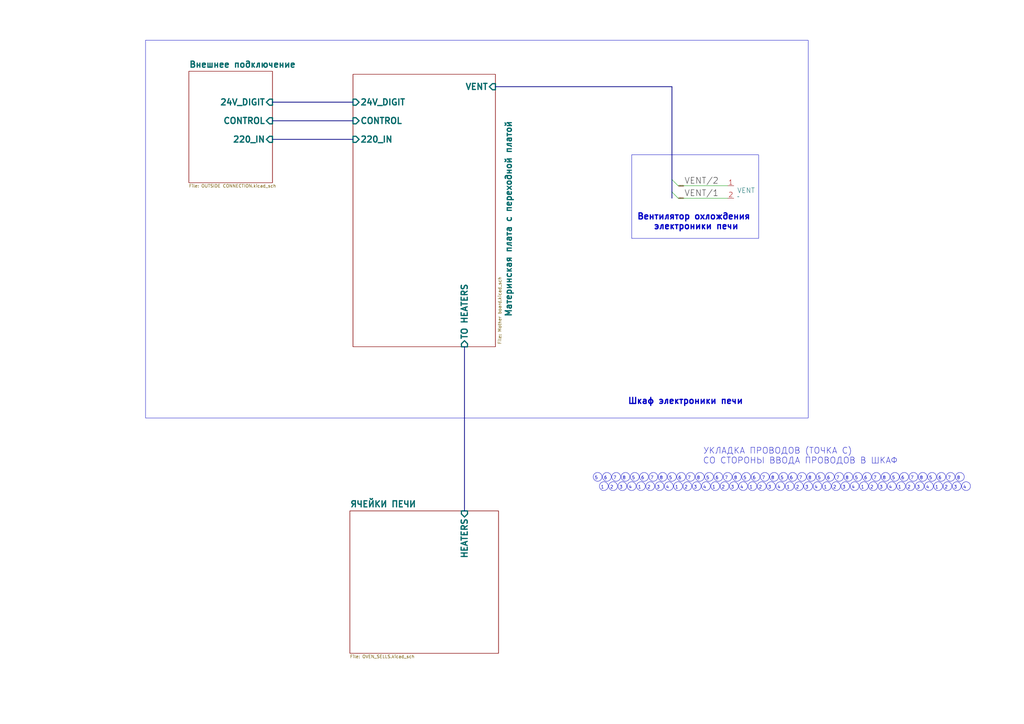
<source format=kicad_sch>
(kicad_sch (version 20231120) (generator "eeschema") (generator_version "8.0")
  (paper "A3")
  (lib_symbols
    (symbol "Connector:Conn_01x02_(wide)"
      (property "Reference" "J" (at 0 0 0))
      (symbol "Conn_01x02_(wide)_1_1"
        (pin input line (at -2.54 -5.08 0) (length 2.54) (name "") (number "1"))
        (pin input line (at -2.54 -10.16 0) (length 2.54) (name "") (number "2"))
      )
    )
  )
  (bus_entry (at 275.59 73.66) (size 2.54 2.54))
  (bus_entry (at 275.59 78.74) (size 2.54 2.54))
  (bus (pts (xy 275.59 35.56) (xy 203.2 35.56)))
  (wire (pts (xy 278.13 81.28) (xy 298.45 81.28)))
  (bus (pts (xy 275.59 81.28) (xy 275.59 78.74)))
  (bus (pts (xy 275.59 78.74) (xy 275.59 73.66)))
  (bus (pts (xy 275.59 73.66) (xy 275.59 35.56)))
  (bus (pts (xy 190.5 142.24) (xy 190.5 209.55)))
  (bus (pts (xy 111.76 57.15) (xy 144.78 57.15)))
  (wire (pts (xy 278.13 76.2) (xy 298.45 76.2)))
  (bus (pts (xy 111.76 49.53) (xy 144.78 49.53)))
  (bus (pts (xy 111.76 41.91) (xy 144.78 41.91)))
  (circle (center 339.09 199.39) (radius 1.7961))
  (circle (center 370.84 195.58) (radius 1.7961))
  (circle (center 316.23 199.39) (radius 1.7961))
  (circle (center 344.17 195.58) (radius 1.7961))
  (circle (center 267.97 195.58) (radius 1.7961))
  (circle (center 274.32 199.39) (radius 1.7961))
  (circle (center 369.57 199.39) (radius 1.7961))
  (circle (center 396.24 199.39) (radius 1.7961))
  (circle (center 323.85 199.39) (radius 1.7961))
  (circle (center 325.12 195.58) (radius 1.7961))
  (circle (center 266.7 199.39) (radius 1.7961))
  (circle (center 262.89 199.39) (radius 1.7961))
  (circle (center 308.61 199.39) (radius 1.7961))
  (circle (center 320.04 199.39) (radius 1.7961))
  (rectangle (start 59.69 16.51) (end 331.47 171.45))
  (circle (center 306.07 195.58) (radius 1.7961))
  (circle (center 381 199.39) (radius 1.7961))
  (circle (center 378.46 195.58) (radius 1.7961))
  (circle (center 302.26 195.58) (radius 1.7961))
  (circle (center 279.4 195.58) (radius 1.7961))
  (circle (center 386.08 195.58) (radius 1.7961))
  (circle (center 377.19 199.39) (radius 1.7961))
  (circle (center 256.54 195.58) (radius 1.7961))
  (circle (center 354.33 199.39) (radius 1.7961))
  (circle (center 287.02 195.58) (radius 1.7961))
  (circle (center 293.37 199.39) (radius 1.7961))
  (circle (center 392.43 199.39) (radius 1.7961))
  (circle (center 355.6 195.58) (radius 1.7961))
  (circle (center 309.88 195.58) (radius 1.7961))
  (circle (center 328.93 195.58) (radius 1.7961))
  (circle (center 342.9 199.39) (radius 1.7961))
  (circle (center 393.7 195.58) (radius 1.7961))
  (circle (center 321.31 195.58) (radius 1.7961))
  (circle (center 332.74 195.58) (radius 1.7961))
  (circle (center 270.51 199.39) (radius 1.7961))
  (circle (center 252.73 195.58) (radius 1.7961))
  (circle (center 374.65 195.58) (radius 1.7961))
  (circle (center 294.64 195.58) (radius 1.7961))
  (circle (center 384.81 199.39) (radius 1.7961))
  (circle (center 331.47 199.39) (radius 1.7961))
  (circle (center 300.99 199.39) (radius 1.7961))
  (circle (center 281.94 199.39) (radius 1.7961))
  (circle (center 350.52 199.39) (radius 1.7961))
  (circle (center 297.18 199.39) (radius 1.7961))
  (circle (center 290.83 195.58) (radius 1.7961))
  (circle (center 389.89 195.58) (radius 1.7961))
  (circle (center 327.66 199.39) (radius 1.7961))
  (circle (center 335.28 199.39) (radius 1.7961))
  (circle (center 346.71 199.39) (radius 1.7961))
  (circle (center 347.98 195.58) (radius 1.7961))
  (circle (center 317.5 195.58) (radius 1.7961))
  (circle (center 259.08 199.39) (radius 1.7961))
  (circle (center 363.22 195.58) (radius 1.7961))
  (circle (center 264.16 195.58) (radius 1.7961))
  (circle (center 251.46 199.39) (radius 1.7961))
  (circle (center 285.75 199.39) (radius 1.7961))
  (circle (center 271.78 195.58) (radius 1.7961))
  (circle (center 388.62 199.39) (radius 1.7961))
  (circle (center 361.95 199.39) (radius 1.7961))
  (circle (center 373.38 199.39) (radius 1.7961))
  (circle (center 365.76 199.39) (radius 1.7961))
  (circle (center 312.42 199.39) (radius 1.7961))
  (circle (center 313.69 195.58) (radius 1.7961))
  (circle (center 255.27 199.39) (radius 1.7961))
  (circle (center 260.35 195.58) (radius 1.7961))
  (circle (center 336.55 195.58) (radius 1.7961))
  (circle (center 382.27 195.58) (radius 1.7961))
  (circle (center 245.11 195.58) (radius 1.7961))
  (circle (center 359.41 195.58) (radius 1.7961))
  (circle (center 298.45 195.58) (radius 1.7961))
  (rectangle (start 259.08 63.5) (end 311.15 97.79))
  (circle (center 304.8 199.39) (radius 1.7961))
  (circle (center 367.03 195.58) (radius 1.7961))
  (circle (center 358.14 199.39) (radius 1.7961))
  (circle (center 351.79 195.58) (radius 1.7961))
  (circle (center 275.59 195.58) (radius 1.7961))
  (circle (center 289.56 199.39) (radius 1.7961))
  (circle (center 248.92 195.58) (radius 1.7961))
  (circle (center 340.36 195.58) (radius 1.7961))
  (circle (center 278.13 199.39) (radius 1.7961))
  (circle (center 247.65 199.39) (radius 1.7961))
  (circle (center 283.21 195.58) (radius 1.7961))
  (text "5" (at 304.8 196.85 0) (effects (font (size 1.27 1.27)) (justify left bottom)))
  (text "8" (at 300.99 196.85 0) (effects (font (size 1.27 1.27)) (justify left bottom)))
  (text "1" (at 383.54 200.66 0) (effects (font (size 1.27 1.27)) (justify left bottom)))
  (text "3" (at 360.68 200.66 0) (effects (font (size 1.27 1.27)) (justify left bottom)))
  (text "5" (at 320.04 196.85 0) (effects (font (size 1.27 1.27)) (justify left bottom)))
  (text "8" (at 392.43 196.85 0) (effects (font (size 1.27 1.27)) (justify left bottom)))
  (text "4" (at 334.01 200.66 0) (effects (font (size 1.27 1.27)) (justify left bottom)))
  (text "8" (at 377.19 196.85 0) (effects (font (size 1.27 1.27)) (justify left bottom)))
  (text "3" (at 299.72 200.66 0) (effects (font (size 1.27 1.27)) (justify left bottom)))
  (text "8" (at 361.95 196.85 0) (effects (font (size 1.27 1.27)) (justify left bottom)))
  (text "6" (at 262.89 196.85 0) (effects (font (size 1.27 1.27)) (justify left bottom)))
  (text "2" (at 250.19 200.66 0) (effects (font (size 1.27 1.27)) (justify left bottom)))
  (text "1" (at 276.86 200.66 0) (effects (font (size 1.27 1.27)) (justify left bottom)))
  (text "7" (at 327.66 196.85 0) (effects (font (size 1.27 1.27)) (justify left bottom)))
  (text "2" (at 326.39 200.66 0) (effects (font (size 1.27 1.27)) (justify left bottom)))
  (text "4" (at 273.05 200.66 0) (effects (font (size 1.27 1.27)) (justify left bottom)))
  (text "5" (at 381 196.85 0) (effects (font (size 1.27 1.27)) (justify left bottom)))
  (text "5" (at 350.52 196.85 0) (effects (font (size 1.27 1.27)) (justify left bottom)))
  (text "5" (at 274.32 196.85 0) (effects (font (size 1.27 1.27)) (justify left bottom)))
  (text "4" (at 379.73 200.66 0) (effects (font (size 1.27 1.27)) (justify left bottom)))
  (text "4" (at 364.49 200.66 0) (effects (font (size 1.27 1.27)) (justify left bottom)))
  (text "8" (at 316.23 196.85 0) (effects (font (size 1.27 1.27)) (justify left bottom)))
  (text "3" (at 269.24 200.66 0) (effects (font (size 1.27 1.27)) (justify left bottom)))
  (text "3" (at 391.16 200.66 0) (effects (font (size 1.27 1.27)) (justify left bottom)))
  (text "3" (at 330.2 200.66 0) (effects (font (size 1.27 1.27)) (justify left bottom)))
  (text "1" (at 337.82 200.66 0) (effects (font (size 1.27 1.27)) (justify left bottom)))
  (text "5" (at 365.76 196.85 0) (effects (font (size 1.27 1.27)) (justify left bottom)))
  (text "8" (at 331.47 196.85 0) (effects (font (size 1.27 1.27)) (justify left bottom)))
  (text "7" (at 373.38 196.85 0) (effects (font (size 1.27 1.27)) (justify left bottom)))
  (text "3" (at 254 200.66 0) (effects (font (size 1.27 1.27)) (justify left bottom)))
  (text "8" (at 270.51 196.85 0) (effects (font (size 1.27 1.27)) (justify left bottom)))
  (text "7" (at 266.7 196.85 0) (effects (font (size 1.27 1.27)) (justify left bottom)))
  (text "1" (at 246.38 200.66 0) (effects (font (size 1.27 1.27)) (justify left bottom)))
  (text "6" (at 339.09 196.85 0) (effects (font (size 1.27 1.27)) (justify left bottom)))
  (text "8" (at 255.27 196.85 0) (effects (font (size 1.27 1.27)) (justify left bottom)))
  (text "4" (at 318.77 200.66 0) (effects (font (size 1.27 1.27)) (justify left bottom)))
  (text "3" (at 375.92 200.66 0) (effects (font (size 1.27 1.27)) (justify left bottom)))
  (text "6" (at 278.13 196.85 0) (effects (font (size 1.27 1.27)) (justify left bottom)))
  (text "7" (at 312.42 196.85 0) (effects (font (size 1.27 1.27)) (justify left bottom)))
  (text "7" (at 358.14 196.85 0) (effects (font (size 1.27 1.27)) (justify left bottom)))
  (text "7" (at 251.46 196.85 0) (effects (font (size 1.27 1.27)) (justify left bottom)))
  (text "6" (at 384.81 196.85 0) (effects (font (size 1.27 1.27)) (justify left bottom)))
  (text "3" (at 314.96 200.66 0) (effects (font (size 1.27 1.27)) (justify left bottom)))
  (text "1" (at 292.1 200.66 0) (effects (font (size 1.27 1.27)) (justify left bottom)))
  (text "4" (at 349.25 200.66 0) (effects (font (size 1.27 1.27)) (justify left bottom)))
  (text "1" (at 353.06 200.66 0) (effects (font (size 1.27 1.27)) (justify left bottom)))
  (text "2" (at 265.43 200.66 0) (effects (font (size 1.27 1.27)) (justify left bottom)))
  (text "4" (at 288.29 200.66 0) (effects (font (size 1.27 1.27)) (justify left bottom)))
  (text "2" (at 280.67 200.66 0) (effects (font (size 1.27 1.27)) (justify left bottom)))
  (text "1" (at 368.3 200.66 0) (effects (font (size 1.27 1.27)) (justify left bottom)))
  (text "1" (at 322.58 200.66 0) (effects (font (size 1.27 1.27)) (justify left bottom)))
  (text "7" (at 281.94 196.85 0) (effects (font (size 1.27 1.27)) (justify left bottom)))
  (text "4" (at 394.97 200.66 0) (effects (font (size 1.27 1.27)) (justify left bottom)))
  (text "Вентилятор охлождения \nэлектроники печи" (at 285.496 90.932 0) (effects (font (size 2.5 2.5) (thickness 0.5) (bold yes))))
  (text "5" (at 335.28 196.85 0) (effects (font (size 1.27 1.27)) (justify left bottom)))
  (text "3" (at 284.48 200.66 0) (effects (font (size 1.27 1.27)) (justify left bottom)))
  (text "6" (at 293.37 196.85 0) (effects (font (size 1.27 1.27)) (justify left bottom)))
  (text "5" (at 289.56 196.85 0) (effects (font (size 1.27 1.27)) (justify left bottom)))
  (text "6" (at 354.33 196.85 0) (effects (font (size 1.27 1.27)) (justify left bottom)))
  (text "УКЛАДКА ПРОВОДОВ (ТОЧКА С) \nСО СТОРОНЫ ВВОДА ПРОВОДОВ В ШКАФ" (at 288.29 190.5 0) (effects (font (size 2.5 2.5)) (justify left bottom)))
  (text "8" (at 346.71 196.85 0) (effects (font (size 1.27 1.27)) (justify left bottom)))
  (text "6" (at 323.85 196.85 0) (effects (font (size 1.27 1.27)) (justify left bottom)))
  (text "2" (at 372.11 200.66 0) (effects (font (size 1.27 1.27)) (justify left bottom)))
  (text "8" (at 285.75 196.85 0) (effects (font (size 1.27 1.27)) (justify left bottom)))
  (text "2" (at 311.15 200.66 0) (effects (font (size 1.27 1.27)) (justify left bottom)))
  (text "6" (at 308.61 196.85 0) (effects (font (size 1.27 1.27)) (justify left bottom)))
  (text "4" (at 257.81 200.66 0) (effects (font (size 1.27 1.27)) (justify left bottom)))
  (text "6" (at 247.65 196.85 0) (effects (font (size 1.27 1.27)) (justify left bottom)))
  (text "7" (at 297.18 196.85 0) (effects (font (size 1.27 1.27)) (justify left bottom)))
  (text "Шкаф электроники печи" (at 281.178 164.592 0) (effects (font (size 2.5 2.5) (thickness 0.5) (bold yes))))
  (text "1" (at 307.34 200.66 0) (effects (font (size 1.27 1.27)) (justify left bottom)))
  (text "7" (at 342.9 196.85 0) (effects (font (size 1.27 1.27)) (justify left bottom)))
  (text "5" (at 243.84 196.85 0) (effects (font (size 1.27 1.27)) (justify left bottom)))
  (text "1" (at 261.62 200.66 0) (effects (font (size 1.27 1.27)) (justify left bottom)))
  (text "6" (at 369.57 196.85 0) (effects (font (size 1.27 1.27)) (justify left bottom)))
  (text "2" (at 387.35 200.66 0) (effects (font (size 1.27 1.27)) (justify left bottom)))
  (text "2" (at 356.87 200.66 0) (effects (font (size 1.27 1.27)) (justify left bottom)))
  (text "7" (at 388.62 196.85 0) (effects (font (size 1.27 1.27)) (justify left bottom)))
  (text "5" (at 259.08 196.85 0) (effects (font (size 1.27 1.27)) (justify left bottom)))
  (text "2" (at 295.91 200.66 0) (effects (font (size 1.27 1.27)) (justify left bottom)))
  (text "4" (at 303.53 200.66 0) (effects (font (size 1.27 1.27)) (justify left bottom)))
  (text "3" (at 345.44 200.66 0) (effects (font (size 1.27 1.27)) (justify left bottom)))
  (text "2" (at 341.63 200.66 0) (effects (font (size 1.27 1.27)) (justify left bottom)))
  (label "VENT{slash}2" (at 280.67 76.2 0) (effects (font (size 2.5 2.5))))
  (label "VENT{slash}1" (at 280.67 81.28 0) (effects (font (size 2.5 2.5))))
  (global_label "VENT{slash}2" (shape input) (at 278.13 76.2 0) (effects (font (size 0.3 0.3))) (property "Intersheetrefs" "${INTERSHEET_REFS}" (effects (hide yes))))
  (global_label "VENT{slash}1" (shape input) (at 278.13 81.28 0) (effects (font (size 0.3 0.3))) (property "Intersheetrefs" "${INTERSHEET_REFS}" (effects (hide yes))))
  (symbol (lib_id "Connector:Conn_01x02_(wide)") (at 300.99 71.12 0) (unit 1)
    (property "Reference" "VENT" (at 302.26 78.1049 0) (effects (font (size 2 2)) (justify left)))
    (property "Value" "~" (at 302.26 80.645 0) (effects (justify left)))
  )
  (sheet (at 77.47 29.21) (size 34.29 45.72) (stroke (width 0.1524))
    (property "Sheetname" "Внешнее подключение" (at 77.47 27.8834 0) (effects (font (size 2.5 2.5) (thickness 0.5) (bold yes)) (justify left bottom)))
    (property "Sheetfile" "OUTSIDE CONNECTION.kicad_sch" (at 77.47 75.5146 0) (effects (justify left top)))
    (pin "24V_DIGIT" input (at 111.76 41.91 0) (effects (font (size 2.5 2.5) (thickness 0.5) (bold yes))))
    (pin "CONTROL" input (at 111.76 49.53 0) (effects (font (size 2.5 2.5) (thickness 0.5) (bold yes))))
    (pin "220_IN" input (at 111.76 57.15 0) (effects (font (size 2.5 2.5) (thickness 0.5) (bold yes))))
  )
  (sheet (at 143.51 209.55) (size 60.96 58.42) (stroke (width 0.1524))
    (property "Sheetname" "ЯЧЕЙКИ ПЕЧИ" (at 143.51 208.2234 0) (effects (font (size 2.5 2.5) (thickness 0.5) (bold yes)) (justify left bottom)))
    (property "Sheetfile" "OVEN_SELLS.kicad_sch" (at 143.51 268.5546 0) (effects (justify left top)))
    (pin "HEATERS" input (at 190.5 209.55 90) (effects (font (size 2.5 2.5) (thickness 0.5) (bold yes))))
  )
  (sheet (at 144.78 30.48) (size 58.42 111.76) (stroke (width 0.1524))
    (property "Sheetname" "Материнская плата с переходной платой" (at 210.058 130.048 90) (effects (font (size 2.5 2.5) (thickness 0.5) (bold yes)) (justify left bottom)))
    (property "Sheetfile" "Mother board.kicad_sch" (at 204.216 141.224 90) (effects (justify left top)))
    (pin "TO HEATERS" input (at 190.5 142.24 270) (effects (font (size 2.5 2.5) (thickness 0.5) (bold yes))))
    (pin "VENT" input (at 203.2 35.56 0) (effects (font (size 2.5 2.5) (thickness 0.5) (bold yes))))
    (pin "24V_DIGIT" input (at 144.78 41.91 180) (effects (font (size 2.5 2.5) (thickness 0.5) (bold yes))))
    (pin "220_IN" input (at 144.78 57.15 180) (effects (font (size 2.5 2.5) (thickness 0.5) (bold yes))))
    (pin "CONTROL" input (at 144.78 49.53 180) (effects (font (size 2.5 2.5) (thickness 0.5) (bold yes))))
  )
  (sheet (at -76.2 6.35) (size 36.83 25.4) (stroke (width 0.1524))
    (property "Sheetname" "Table Connection1" (at -76.2 5.6384 0) (effects (justify left bottom)))
    (property "Sheetfile" "Table Connection1.kicad_sch" (at -76.2 32.3346 0) (effects (justify left top)))
  )
  (sheet (at -74.93 49.53) (size 36.83 25.4) (stroke (width 0.1524))
    (property "Sheetname" "Table Connection2" (at -74.93 48.8184 0) (effects (justify left bottom)))
    (property "Sheetfile" "Table Connection2.kicad_sch" (at -74.93 75.5146 0) (effects (justify left top)))
  )
  (sheet (at -77.47 133.35) (size 36.83 25.4) (stroke (width 0.1524))
    (property "Sheetname" "Table Connection4" (at -77.47 132.6384 0) (effects (justify left bottom)))
    (property "Sheetfile" "Table Connection4.kicad_sch" (at -77.47 159.3346 0) (effects (justify left top)))
  )
  (sheet (at -74.93 92.71) (size 36.83 25.4) (stroke (width 0.1524))
    (property "Sheetname" "Table Connection3" (at -74.93 91.9984 0) (effects (justify left bottom)))
    (property "Sheetfile" "Table Connection3.kicad_sch" (at -74.93 118.6946 0) (effects (justify left top)))
  )
)
</source>
